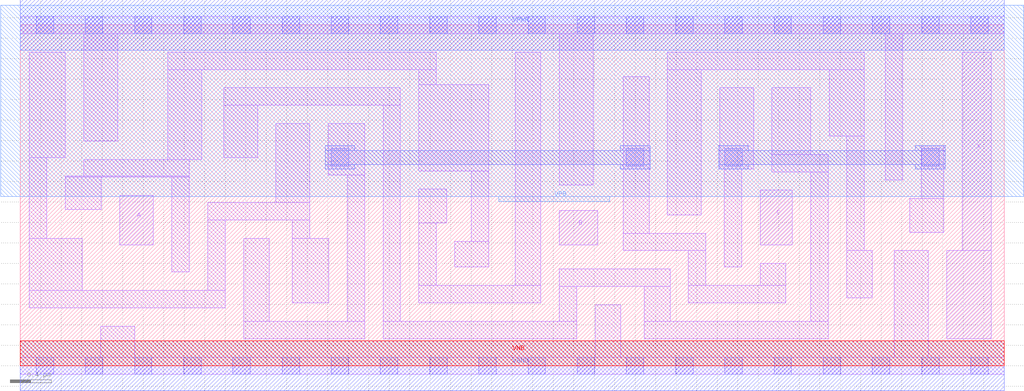
<source format=lef>
# Copyright 2020 The SkyWater PDK Authors
#
# Licensed under the Apache License, Version 2.0 (the "License");
# you may not use this file except in compliance with the License.
# You may obtain a copy of the License at
#
#     https://www.apache.org/licenses/LICENSE-2.0
#
# Unless required by applicable law or agreed to in writing, software
# distributed under the License is distributed on an "AS IS" BASIS,
# WITHOUT WARRANTIES OR CONDITIONS OF ANY KIND, either express or implied.
# See the License for the specific language governing permissions and
# limitations under the License.
#
# SPDX-License-Identifier: Apache-2.0

VERSION 5.7 ;
  NOWIREEXTENSIONATPIN ON ;
  DIVIDERCHAR "/" ;
  BUSBITCHARS "[]" ;
MACRO sky130_fd_sc_lp__xor3_1
  CLASS CORE ;
  FOREIGN sky130_fd_sc_lp__xor3_1 ;
  ORIGIN  0.000000  0.000000 ;
  SIZE  9.600000 BY  3.330000 ;
  SYMMETRY X Y R90 ;
  SITE unit ;
  PIN A
    ANTENNAGATEAREA  0.246000 ;
    DIRECTION INPUT ;
    USE SIGNAL ;
    PORT
      LAYER li1 ;
        RECT 0.970000 1.180000 1.300000 1.665000 ;
    END
  END A
  PIN B
    ANTENNAGATEAREA  0.729000 ;
    DIRECTION INPUT ;
    USE SIGNAL ;
    PORT
      LAYER li1 ;
        RECT 5.260000 1.180000 5.635000 1.515000 ;
    END
  END B
  PIN C
    ANTENNAGATEAREA  0.381000 ;
    DIRECTION INPUT ;
    USE SIGNAL ;
    PORT
      LAYER li1 ;
        RECT 7.220000 1.180000 7.535000 1.715000 ;
    END
  END C
  PIN X
    ANTENNADIFFAREA  0.598500 ;
    DIRECTION OUTPUT ;
    USE SIGNAL ;
    PORT
      LAYER li1 ;
        RECT 9.040000 0.265000 9.475000 1.125000 ;
        RECT 9.190000 1.125000 9.475000 3.065000 ;
    END
  END X
  PIN VGND
    DIRECTION INOUT ;
    USE GROUND ;
    PORT
      LAYER met1 ;
        RECT 0.000000 -0.245000 9.600000 0.245000 ;
    END
  END VGND
  PIN VNB
    DIRECTION INOUT ;
    USE GROUND ;
    PORT
      LAYER pwell ;
        RECT 0.000000 0.000000 9.600000 0.245000 ;
    END
  END VNB
  PIN VPB
    DIRECTION INOUT ;
    USE POWER ;
    PORT
      LAYER nwell ;
        RECT -0.190000 1.655000 9.790000 3.520000 ;
        RECT  4.670000 1.605000 5.750000 1.655000 ;
    END
  END VPB
  PIN VPWR
    DIRECTION INOUT ;
    USE POWER ;
    PORT
      LAYER met1 ;
        RECT 0.000000 3.085000 9.600000 3.575000 ;
    END
  END VPWR
  OBS
    LAYER li1 ;
      RECT 0.000000 -0.085000 9.600000 0.085000 ;
      RECT 0.000000  3.245000 9.600000 3.415000 ;
      RECT 0.090000  0.565000 2.000000 0.735000 ;
      RECT 0.090000  0.735000 0.605000 1.245000 ;
      RECT 0.090000  1.245000 0.260000 2.035000 ;
      RECT 0.090000  2.035000 0.440000 3.065000 ;
      RECT 0.440000  1.525000 0.790000 1.845000 ;
      RECT 0.440000  1.845000 1.650000 1.855000 ;
      RECT 0.620000  1.855000 1.650000 2.015000 ;
      RECT 0.620000  2.195000 0.950000 3.245000 ;
      RECT 0.785000  0.085000 1.115000 0.385000 ;
      RECT 1.440000  2.015000 1.770000 2.895000 ;
      RECT 1.440000  2.895000 4.060000 3.065000 ;
      RECT 1.480000  0.915000 1.650000 1.845000 ;
      RECT 1.830000  0.735000 2.000000 1.425000 ;
      RECT 1.830000  1.425000 2.825000 1.595000 ;
      RECT 1.985000  2.035000 2.315000 2.545000 ;
      RECT 1.985000  2.545000 3.710000 2.715000 ;
      RECT 2.180000  0.265000 3.360000 0.435000 ;
      RECT 2.180000  0.435000 2.430000 1.245000 ;
      RECT 2.495000  1.595000 2.825000 2.365000 ;
      RECT 2.655000  0.615000 3.010000 1.245000 ;
      RECT 2.655000  1.245000 2.825000 1.425000 ;
      RECT 3.005000  1.865000 3.360000 2.365000 ;
      RECT 3.190000  0.435000 3.360000 1.865000 ;
      RECT 3.540000  0.265000 5.430000 0.435000 ;
      RECT 3.540000  0.435000 3.710000 2.545000 ;
      RECT 3.890000  0.615000 5.080000 0.785000 ;
      RECT 3.890000  0.785000 4.060000 1.395000 ;
      RECT 3.890000  1.395000 4.160000 1.725000 ;
      RECT 3.890000  1.905000 4.570000 2.745000 ;
      RECT 3.890000  2.745000 4.060000 2.895000 ;
      RECT 4.240000  0.965000 4.570000 1.215000 ;
      RECT 4.400000  1.215000 4.570000 1.905000 ;
      RECT 4.830000  0.785000 5.080000 3.065000 ;
      RECT 5.260000  0.435000 5.430000 0.775000 ;
      RECT 5.260000  0.775000 6.340000 0.945000 ;
      RECT 5.260000  1.765000 5.590000 3.245000 ;
      RECT 5.610000  0.085000 5.860000 0.595000 ;
      RECT 5.885000  1.125000 6.690000 1.295000 ;
      RECT 5.885000  1.295000 6.135000 2.825000 ;
      RECT 6.090000  0.265000 7.885000 0.435000 ;
      RECT 6.090000  0.435000 6.340000 0.775000 ;
      RECT 6.315000  1.475000 6.645000 2.895000 ;
      RECT 6.315000  2.895000 8.235000 3.065000 ;
      RECT 6.520000  0.615000 7.470000 0.785000 ;
      RECT 6.520000  0.785000 6.690000 1.125000 ;
      RECT 6.825000  1.920000 7.155000 2.715000 ;
      RECT 6.870000  0.965000 7.040000 1.920000 ;
      RECT 7.220000  0.785000 7.470000 1.000000 ;
      RECT 7.335000  1.895000 7.885000 2.065000 ;
      RECT 7.335000  2.065000 7.715000 2.715000 ;
      RECT 7.715000  0.435000 7.885000 1.895000 ;
      RECT 7.895000  2.245000 8.235000 2.895000 ;
      RECT 8.065000  0.665000 8.315000 1.125000 ;
      RECT 8.065000  1.125000 8.235000 2.245000 ;
      RECT 8.440000  1.815000 8.610000 3.245000 ;
      RECT 8.530000  0.085000 8.860000 1.125000 ;
      RECT 8.680000  1.305000 9.010000 1.635000 ;
      RECT 8.790000  1.635000 9.010000 2.150000 ;
    LAYER mcon ;
      RECT 0.155000 -0.085000 0.325000 0.085000 ;
      RECT 0.155000  3.245000 0.325000 3.415000 ;
      RECT 0.635000 -0.085000 0.805000 0.085000 ;
      RECT 0.635000  3.245000 0.805000 3.415000 ;
      RECT 1.115000 -0.085000 1.285000 0.085000 ;
      RECT 1.115000  3.245000 1.285000 3.415000 ;
      RECT 1.595000 -0.085000 1.765000 0.085000 ;
      RECT 1.595000  3.245000 1.765000 3.415000 ;
      RECT 2.075000 -0.085000 2.245000 0.085000 ;
      RECT 2.075000  3.245000 2.245000 3.415000 ;
      RECT 2.555000 -0.085000 2.725000 0.085000 ;
      RECT 2.555000  3.245000 2.725000 3.415000 ;
      RECT 3.035000 -0.085000 3.205000 0.085000 ;
      RECT 3.035000  1.950000 3.205000 2.120000 ;
      RECT 3.035000  3.245000 3.205000 3.415000 ;
      RECT 3.515000 -0.085000 3.685000 0.085000 ;
      RECT 3.515000  3.245000 3.685000 3.415000 ;
      RECT 3.995000 -0.085000 4.165000 0.085000 ;
      RECT 3.995000  3.245000 4.165000 3.415000 ;
      RECT 4.475000 -0.085000 4.645000 0.085000 ;
      RECT 4.475000  3.245000 4.645000 3.415000 ;
      RECT 4.955000 -0.085000 5.125000 0.085000 ;
      RECT 4.955000  3.245000 5.125000 3.415000 ;
      RECT 5.435000 -0.085000 5.605000 0.085000 ;
      RECT 5.435000  3.245000 5.605000 3.415000 ;
      RECT 5.915000 -0.085000 6.085000 0.085000 ;
      RECT 5.915000  1.950000 6.085000 2.120000 ;
      RECT 5.915000  3.245000 6.085000 3.415000 ;
      RECT 6.395000 -0.085000 6.565000 0.085000 ;
      RECT 6.395000  3.245000 6.565000 3.415000 ;
      RECT 6.875000 -0.085000 7.045000 0.085000 ;
      RECT 6.875000  1.950000 7.045000 2.120000 ;
      RECT 6.875000  3.245000 7.045000 3.415000 ;
      RECT 7.355000 -0.085000 7.525000 0.085000 ;
      RECT 7.355000  3.245000 7.525000 3.415000 ;
      RECT 7.835000 -0.085000 8.005000 0.085000 ;
      RECT 7.835000  3.245000 8.005000 3.415000 ;
      RECT 8.315000 -0.085000 8.485000 0.085000 ;
      RECT 8.315000  3.245000 8.485000 3.415000 ;
      RECT 8.795000 -0.085000 8.965000 0.085000 ;
      RECT 8.795000  1.950000 8.965000 2.120000 ;
      RECT 8.795000  3.245000 8.965000 3.415000 ;
      RECT 9.275000 -0.085000 9.445000 0.085000 ;
      RECT 9.275000  3.245000 9.445000 3.415000 ;
    LAYER met1 ;
      RECT 2.975000 1.920000 3.265000 1.965000 ;
      RECT 2.975000 1.965000 6.145000 2.105000 ;
      RECT 2.975000 2.105000 3.265000 2.150000 ;
      RECT 5.855000 1.920000 6.145000 1.965000 ;
      RECT 5.855000 2.105000 6.145000 2.150000 ;
      RECT 6.815000 1.920000 7.105000 1.965000 ;
      RECT 6.815000 1.965000 9.025000 2.105000 ;
      RECT 6.815000 2.105000 7.105000 2.150000 ;
      RECT 8.735000 1.920000 9.025000 1.965000 ;
      RECT 8.735000 2.105000 9.025000 2.150000 ;
  END
END sky130_fd_sc_lp__xor3_1
END LIBRARY

</source>
